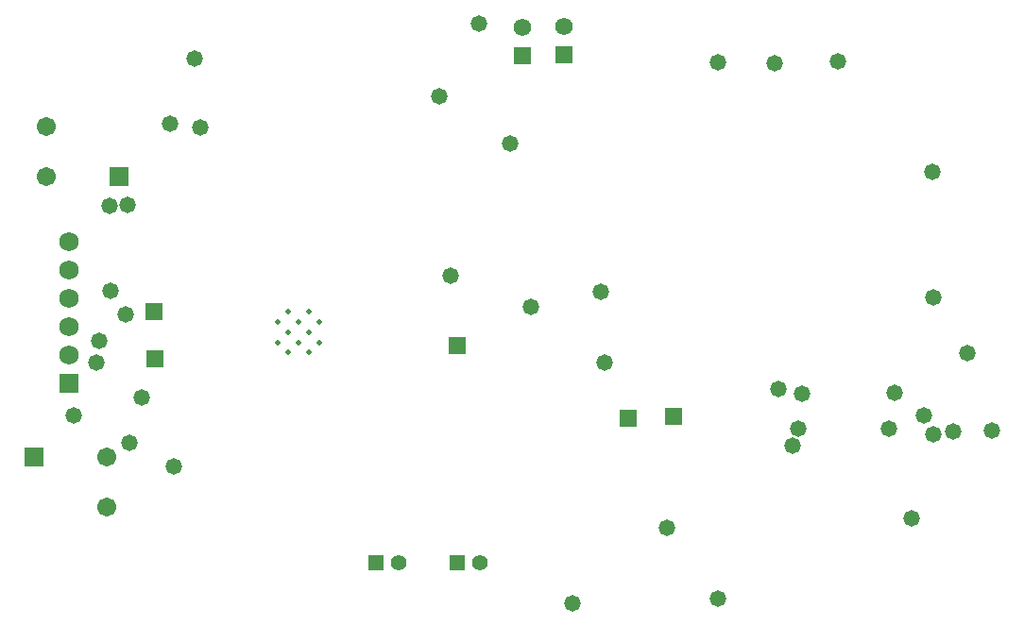
<source format=gbs>
G04*
G04 #@! TF.GenerationSoftware,Altium Limited,Altium Designer,22.5.1 (42)*
G04*
G04 Layer_Color=16711935*
%FSLAX44Y44*%
%MOMM*%
G71*
G04*
G04 #@! TF.SameCoordinates,196CC927-6612-49A9-9877-457204B07366*
G04*
G04*
G04 #@! TF.FilePolarity,Negative*
G04*
G01*
G75*
%ADD61R,1.5732X1.5732*%
%ADD62C,0.5032*%
%ADD63C,1.4032*%
%ADD64R,1.4032X1.4032*%
%ADD65R,1.7032X1.7032*%
%ADD66C,1.7032*%
%ADD67R,1.7332X1.7332*%
%ADD68C,1.7332*%
%ADD69R,1.5732X1.5732*%
%ADD70C,1.5732*%
%ADD71C,1.4732*%
D61*
X-309977Y-48151D02*
D03*
X-310834Y-6056D02*
D03*
X56161Y224826D02*
D03*
X18989Y223286D02*
D03*
D62*
X-190476Y-5841D02*
D03*
X-172126D02*
D03*
X-199651Y-15016D02*
D03*
X-181301D02*
D03*
X-162951D02*
D03*
X-190476Y-24191D02*
D03*
X-172126D02*
D03*
X-199651Y-33366D02*
D03*
X-181301D02*
D03*
X-162951D02*
D03*
X-190476Y-42541D02*
D03*
X-172126D02*
D03*
D63*
X-91747Y-230977D02*
D03*
X-19105Y-230977D02*
D03*
D64*
X-111747Y-230977D02*
D03*
X-39105Y-230977D02*
D03*
D65*
X-418550Y-136051D02*
D03*
X-342321Y115359D02*
D03*
D66*
X-353550Y-136051D02*
D03*
Y-181051D02*
D03*
X-407321Y115359D02*
D03*
Y160359D02*
D03*
D67*
X-387141Y-70023D02*
D03*
D68*
Y-44623D02*
D03*
Y-19223D02*
D03*
Y6177D02*
D03*
Y31577D02*
D03*
Y56978D02*
D03*
D69*
X-39127Y-36549D02*
D03*
X114227Y-101278D02*
D03*
X154871Y-100144D02*
D03*
D70*
X56161Y250226D02*
D03*
X18989Y248686D02*
D03*
D71*
X-19575Y252787D02*
D03*
X-274503Y221214D02*
D03*
X-269594Y158983D02*
D03*
X-296607Y162362D02*
D03*
X-332569Y-123600D02*
D03*
X-382974Y-98674D02*
D03*
X368303Y-191168D02*
D03*
X194911Y-263036D02*
D03*
X261022Y-125836D02*
D03*
X266255Y-111172D02*
D03*
X352686Y-78359D02*
D03*
X378853Y-98560D02*
D03*
X348109Y-110542D02*
D03*
X387397Y-115927D02*
D03*
X405391Y-113351D02*
D03*
X269896Y-79800D02*
D03*
X194757Y217497D02*
D03*
X245494Y217142D02*
D03*
X386414Y119599D02*
D03*
X302187Y218628D02*
D03*
X418270Y-42987D02*
D03*
X387726Y7217D02*
D03*
X439823Y-112649D02*
D03*
X7853Y144996D02*
D03*
X-55410Y187072D02*
D03*
X-45450Y26672D02*
D03*
X26931Y-1152D02*
D03*
X248776Y-74837D02*
D03*
X92657Y-51294D02*
D03*
X-350759Y88930D02*
D03*
X-349814Y12729D02*
D03*
X-336316Y-8473D02*
D03*
X-334415Y89901D02*
D03*
X-322061Y-82613D02*
D03*
X-362219Y-51485D02*
D03*
X-360158Y-31751D02*
D03*
X-292780Y-144982D02*
D03*
X89670Y12013D02*
D03*
X149208Y-200002D02*
D03*
X64356Y-266975D02*
D03*
M02*

</source>
